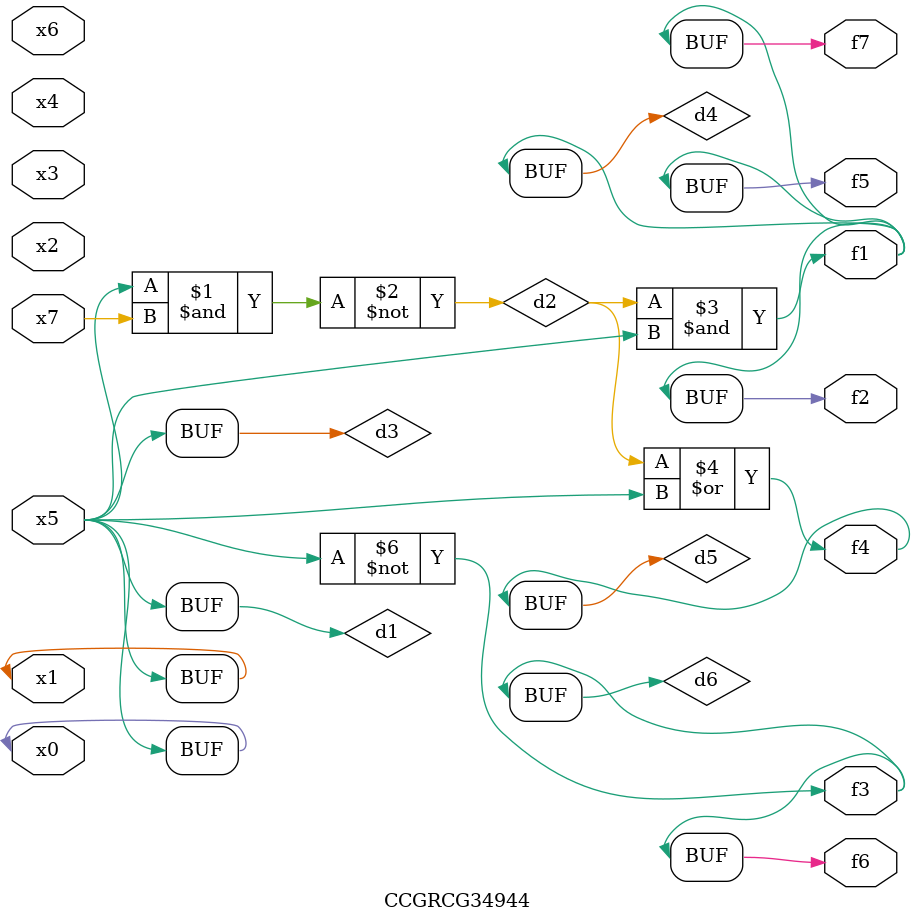
<source format=v>
module CCGRCG34944(
	input x0, x1, x2, x3, x4, x5, x6, x7,
	output f1, f2, f3, f4, f5, f6, f7
);

	wire d1, d2, d3, d4, d5, d6;

	buf (d1, x0, x5);
	nand (d2, x5, x7);
	buf (d3, x0, x1);
	and (d4, d2, d3);
	or (d5, d2, d3);
	nor (d6, d1, d3);
	assign f1 = d4;
	assign f2 = d4;
	assign f3 = d6;
	assign f4 = d5;
	assign f5 = d4;
	assign f6 = d6;
	assign f7 = d4;
endmodule

</source>
